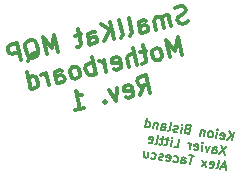
<source format=gbr>
G04 #@! TF.GenerationSoftware,KiCad,Pcbnew,5.0.1-33cea8e~68~ubuntu16.04.1*
G04 #@! TF.CreationDate,2018-11-01T01:01:16-04:00*
G04 #@! TF.ProjectId,SmallKat Jumbo Motherboard,536D616C6C4B6174204A756D626F204D,rev?*
G04 #@! TF.SameCoordinates,Original*
G04 #@! TF.FileFunction,Legend,Bot*
G04 #@! TF.FilePolarity,Positive*
%FSLAX46Y46*%
G04 Gerber Fmt 4.6, Leading zero omitted, Abs format (unit mm)*
G04 Created by KiCad (PCBNEW 5.0.1-33cea8e~68~ubuntu16.04.1) date Thu 01 Nov 2018 01:01:16 AM EDT*
%MOMM*%
%LPD*%
G01*
G04 APERTURE LIST*
%ADD10C,0.150000*%
%ADD11C,0.300000*%
G04 APERTURE END LIST*
D10*
X46830737Y-46469578D02*
X46944183Y-45728208D01*
X46407097Y-46404752D02*
X46789653Y-46029732D01*
X46520543Y-45663382D02*
X46879357Y-46151848D01*
X45812342Y-46277612D02*
X45877547Y-46323720D01*
X46018760Y-46345328D01*
X46094769Y-46320829D01*
X46140877Y-46255625D01*
X46184094Y-45973198D01*
X46159595Y-45897189D01*
X46094391Y-45851081D01*
X45953177Y-45829473D01*
X45877168Y-45853972D01*
X45831061Y-45919176D01*
X45820256Y-45989783D01*
X46162485Y-46114411D01*
X45453906Y-46258894D02*
X45529537Y-45764647D01*
X45567352Y-45517523D02*
X45597253Y-45558229D01*
X45556548Y-45588130D01*
X45526647Y-45547424D01*
X45567352Y-45517523D01*
X45556548Y-45588130D01*
X44994963Y-46188665D02*
X45070972Y-46164166D01*
X45111677Y-46134265D01*
X45157785Y-46069061D01*
X45190198Y-45857241D01*
X45165699Y-45781232D01*
X45135798Y-45740526D01*
X45070593Y-45694418D01*
X44964683Y-45678212D01*
X44888674Y-45702711D01*
X44847969Y-45732612D01*
X44801861Y-45797817D01*
X44769448Y-46009637D01*
X44793947Y-46085646D01*
X44823848Y-46126351D01*
X44889053Y-46172459D01*
X44994963Y-46188665D01*
X44505740Y-45607984D02*
X44430109Y-46102231D01*
X44494935Y-45678590D02*
X44465034Y-45637885D01*
X44399830Y-45591777D01*
X44293920Y-45575571D01*
X44217911Y-45600070D01*
X44171803Y-45665274D01*
X44112379Y-46053611D01*
X43006792Y-45487003D02*
X42895480Y-45506099D01*
X42854775Y-45536001D01*
X42808667Y-45601205D01*
X42792460Y-45707115D01*
X42816959Y-45783124D01*
X42846861Y-45823830D01*
X42912065Y-45869937D01*
X43194492Y-45913155D01*
X43307938Y-45171784D01*
X43060814Y-45133969D01*
X42984805Y-45158468D01*
X42944100Y-45188369D01*
X42897992Y-45253574D01*
X42887188Y-45324180D01*
X42911687Y-45400189D01*
X42941588Y-45440895D01*
X43006792Y-45487003D01*
X43253916Y-45524818D01*
X42453121Y-45799709D02*
X42528752Y-45305462D01*
X42566567Y-45058339D02*
X42596468Y-45099044D01*
X42555763Y-45128945D01*
X42525862Y-45088240D01*
X42566567Y-45058339D01*
X42555763Y-45128945D01*
X42140793Y-45715786D02*
X42064785Y-45740285D01*
X41923571Y-45718676D01*
X41858367Y-45672569D01*
X41833868Y-45596560D01*
X41839270Y-45561256D01*
X41885378Y-45496052D01*
X41961386Y-45471553D01*
X42067296Y-45487759D01*
X42143305Y-45463260D01*
X42189413Y-45398056D01*
X42194815Y-45362753D01*
X42170316Y-45286744D01*
X42105112Y-45240636D01*
X41999202Y-45224429D01*
X41923193Y-45248928D01*
X41394021Y-45637644D02*
X41470030Y-45613145D01*
X41516137Y-45547940D01*
X41613377Y-44912480D01*
X40793864Y-45545807D02*
X40853288Y-45157470D01*
X40899395Y-45092265D01*
X40975404Y-45067766D01*
X41116618Y-45089375D01*
X41181822Y-45135483D01*
X40799266Y-45510504D02*
X40864471Y-45556611D01*
X41040987Y-45583622D01*
X41116996Y-45559123D01*
X41163104Y-45493919D01*
X41173908Y-45423312D01*
X41149409Y-45347303D01*
X41084205Y-45301195D01*
X40907688Y-45274184D01*
X40842483Y-45228077D01*
X40516461Y-44997538D02*
X40440830Y-45491785D01*
X40505656Y-45068145D02*
X40475755Y-45027439D01*
X40410551Y-44981332D01*
X40304641Y-44965125D01*
X40228632Y-44989624D01*
X40182524Y-45054829D01*
X40123100Y-45443166D01*
X39452336Y-45340524D02*
X39565782Y-44599154D01*
X39457739Y-45305221D02*
X39522943Y-45351329D01*
X39664157Y-45372937D01*
X39740165Y-45348438D01*
X39780871Y-45318537D01*
X39826979Y-45253333D01*
X39859392Y-45041513D01*
X39834893Y-44965504D01*
X39804992Y-44924798D01*
X39739787Y-44878690D01*
X39598574Y-44857082D01*
X39522565Y-44881581D01*
X46345336Y-46926413D02*
X45737644Y-47592153D01*
X45851089Y-46850783D02*
X46231891Y-47667783D01*
X45137487Y-47500316D02*
X45196911Y-47111979D01*
X45243018Y-47046775D01*
X45319027Y-47022276D01*
X45460241Y-47043884D01*
X45525445Y-47089992D01*
X45142889Y-47465013D02*
X45208093Y-47511120D01*
X45384610Y-47538131D01*
X45460619Y-47513632D01*
X45506727Y-47448428D01*
X45517531Y-47377821D01*
X45493032Y-47301812D01*
X45427828Y-47255704D01*
X45251311Y-47228694D01*
X45186106Y-47182586D01*
X44930690Y-46962852D02*
X44678543Y-47430088D01*
X44577657Y-46908830D01*
X44219600Y-47359860D02*
X44295230Y-46865613D01*
X44333045Y-46618489D02*
X44362946Y-46659195D01*
X44322241Y-46689096D01*
X44292340Y-46648390D01*
X44333045Y-46618489D01*
X44322241Y-46689096D01*
X43589541Y-47227317D02*
X43654746Y-47273425D01*
X43795959Y-47295033D01*
X43871968Y-47270534D01*
X43918076Y-47205330D01*
X43961293Y-46922903D01*
X43936794Y-46846894D01*
X43871590Y-46800787D01*
X43730376Y-46779178D01*
X43654367Y-46803677D01*
X43608260Y-46868881D01*
X43597455Y-46939488D01*
X43939685Y-47064117D01*
X43231106Y-47208599D02*
X43306736Y-46714352D01*
X43285127Y-46855565D02*
X43260628Y-46779556D01*
X43230727Y-46738851D01*
X43165523Y-46692743D01*
X43094916Y-46681939D01*
X41854275Y-46997914D02*
X42207308Y-47051936D01*
X42320754Y-46310565D01*
X41607151Y-46960099D02*
X41682782Y-46465852D01*
X41720597Y-46218728D02*
X41750498Y-46259434D01*
X41709793Y-46289335D01*
X41679892Y-46248630D01*
X41720597Y-46218728D01*
X41709793Y-46289335D01*
X41435658Y-46428037D02*
X41153232Y-46384819D01*
X41367564Y-46164707D02*
X41270324Y-46800167D01*
X41224217Y-46865372D01*
X41148208Y-46889871D01*
X41077601Y-46879066D01*
X41012018Y-46363211D02*
X40729591Y-46319993D01*
X40943923Y-46099881D02*
X40846684Y-46735341D01*
X40800576Y-46800546D01*
X40724568Y-46825045D01*
X40653961Y-46814240D01*
X40300927Y-46760218D02*
X40376936Y-46735719D01*
X40423044Y-46670515D01*
X40520283Y-46035055D01*
X39741476Y-46638480D02*
X39806680Y-46684588D01*
X39947894Y-46706197D01*
X40023903Y-46681698D01*
X40070010Y-46616493D01*
X40113228Y-46334066D01*
X40088729Y-46258057D01*
X40023524Y-46211950D01*
X39882311Y-46190341D01*
X39806302Y-46214840D01*
X39760194Y-46280045D01*
X39749390Y-46350651D01*
X40091619Y-46475280D01*
X46265614Y-48746005D02*
X45912581Y-48691983D01*
X46303808Y-48968630D02*
X46170130Y-48189444D01*
X45809561Y-48892999D01*
X45456527Y-48838978D02*
X45532536Y-48814479D01*
X45578644Y-48749274D01*
X45675883Y-48113814D01*
X44897076Y-48717239D02*
X44962280Y-48763347D01*
X45103494Y-48784956D01*
X45179503Y-48760457D01*
X45225610Y-48695252D01*
X45268828Y-48412825D01*
X45244329Y-48336817D01*
X45179124Y-48290709D01*
X45037911Y-48269100D01*
X44961902Y-48293599D01*
X44915794Y-48358804D01*
X44904990Y-48429410D01*
X45247219Y-48554039D01*
X44609247Y-48709325D02*
X44296540Y-48155655D01*
X44684877Y-48215078D02*
X44220910Y-48649901D01*
X43592985Y-47795085D02*
X43169345Y-47730259D01*
X43267719Y-48504043D02*
X43381165Y-47762672D01*
X42491046Y-48385195D02*
X42550470Y-47996858D01*
X42596577Y-47931654D01*
X42672586Y-47907155D01*
X42813800Y-47928763D01*
X42879004Y-47974871D01*
X42496448Y-48349892D02*
X42561652Y-48395999D01*
X42738169Y-48423010D01*
X42814178Y-48398511D01*
X42860286Y-48333307D01*
X42871090Y-48262700D01*
X42846591Y-48186691D01*
X42781387Y-48140583D01*
X42604870Y-48113573D01*
X42539665Y-48067465D01*
X41825684Y-48247250D02*
X41890889Y-48293358D01*
X42032102Y-48314967D01*
X42108111Y-48290468D01*
X42148817Y-48260567D01*
X42194924Y-48195362D01*
X42227337Y-47983542D01*
X42202838Y-47907533D01*
X42172937Y-47866828D01*
X42107733Y-47820720D01*
X41966519Y-47799111D01*
X41890510Y-47823610D01*
X41225527Y-48155414D02*
X41290732Y-48201521D01*
X41431945Y-48223130D01*
X41507954Y-48198631D01*
X41554062Y-48133426D01*
X41597279Y-47851000D01*
X41572780Y-47774991D01*
X41507576Y-47728883D01*
X41366362Y-47707274D01*
X41290353Y-47731773D01*
X41244246Y-47796978D01*
X41233441Y-47867585D01*
X41575670Y-47992213D01*
X40907797Y-48106794D02*
X40831788Y-48131293D01*
X40690575Y-48109684D01*
X40625370Y-48063577D01*
X40600871Y-47987568D01*
X40606273Y-47952264D01*
X40652381Y-47887060D01*
X40728390Y-47862561D01*
X40834300Y-47878767D01*
X40910309Y-47854268D01*
X40956417Y-47789064D01*
X40961819Y-47753760D01*
X40937320Y-47677752D01*
X40872115Y-47631644D01*
X40766205Y-47615437D01*
X40690196Y-47639936D01*
X39954606Y-47960935D02*
X40019811Y-48007043D01*
X40161024Y-48028652D01*
X40237033Y-48004153D01*
X40277739Y-47974252D01*
X40323847Y-47909047D01*
X40356260Y-47697227D01*
X40331761Y-47621218D01*
X40301859Y-47580512D01*
X40236655Y-47534405D01*
X40095441Y-47512796D01*
X40019433Y-47537295D01*
X39389374Y-47404753D02*
X39313744Y-47899000D01*
X39707105Y-47453372D02*
X39647681Y-47841709D01*
X39601573Y-47906914D01*
X39525564Y-47931413D01*
X39419654Y-47915206D01*
X39354449Y-47869098D01*
X39324548Y-47828393D01*
D11*
X43092143Y-36396335D02*
X42899007Y-36513463D01*
X42550740Y-36592588D01*
X42395608Y-36554584D01*
X42310129Y-36500755D01*
X42208826Y-36377273D01*
X42177176Y-36237966D01*
X42215180Y-36082834D01*
X42269008Y-35997356D01*
X42392491Y-35896052D01*
X42655280Y-35763099D01*
X42778762Y-35661796D01*
X42832591Y-35576318D01*
X42870594Y-35421186D01*
X42838945Y-35281879D01*
X42737641Y-35158396D01*
X42652163Y-35104568D01*
X42497031Y-35066564D01*
X42148763Y-35145689D01*
X41955628Y-35262817D01*
X41645244Y-36798311D02*
X41423695Y-35823162D01*
X41455345Y-35962469D02*
X41369867Y-35908640D01*
X41214735Y-35870637D01*
X41005774Y-35918111D01*
X40882292Y-36019415D01*
X40844288Y-36174547D01*
X41018362Y-36940735D01*
X40844288Y-36174547D02*
X40742985Y-36051064D01*
X40587853Y-36013061D01*
X40378892Y-36060535D01*
X40255410Y-36161839D01*
X40217406Y-36316971D01*
X40391480Y-37083159D01*
X39068063Y-37383832D02*
X38893989Y-36617644D01*
X38931993Y-36462512D01*
X39055475Y-36361208D01*
X39334089Y-36297909D01*
X39489221Y-36335912D01*
X39052238Y-37314179D02*
X39207370Y-37352183D01*
X39555638Y-37273058D01*
X39679120Y-37171755D01*
X39717124Y-37016623D01*
X39685474Y-36877316D01*
X39584171Y-36753834D01*
X39429039Y-36715830D01*
X39080771Y-36794954D01*
X38925639Y-36756951D01*
X38162567Y-37589556D02*
X38286050Y-37488253D01*
X38324053Y-37333121D01*
X38039205Y-36079357D01*
X37396379Y-37763630D02*
X37519861Y-37662326D01*
X37557865Y-37507195D01*
X37273016Y-36253431D01*
X36839150Y-37890229D02*
X36506828Y-36427505D01*
X36003308Y-38080128D02*
X36440291Y-37101861D01*
X35670985Y-36617404D02*
X36696726Y-37263347D01*
X34749545Y-38364976D02*
X34575471Y-37598787D01*
X34613475Y-37443655D01*
X34736957Y-37342352D01*
X35015571Y-37279052D01*
X35170703Y-37317056D01*
X34733720Y-38295322D02*
X34888852Y-38333326D01*
X35237119Y-38254201D01*
X35360602Y-38152898D01*
X35398605Y-37997766D01*
X35366955Y-37858459D01*
X35265652Y-37734977D01*
X35110520Y-37696973D01*
X34762253Y-37776098D01*
X34607121Y-37738094D01*
X34040422Y-37500601D02*
X33483193Y-37627200D01*
X33720687Y-37060501D02*
X34005535Y-38314264D01*
X33967531Y-38469396D01*
X33844049Y-38570699D01*
X33704742Y-38602349D01*
X32102711Y-38966322D02*
X31770388Y-37503598D01*
X31520187Y-38659175D01*
X30795239Y-37725146D01*
X31127561Y-39187870D01*
X29487527Y-39706975D02*
X29611009Y-39605671D01*
X29718666Y-39434714D01*
X29880152Y-39178279D01*
X30003634Y-39076976D01*
X30142941Y-39045326D01*
X30152412Y-39409419D02*
X30275894Y-39308115D01*
X30383551Y-39137158D01*
X30389905Y-38842719D01*
X30279131Y-38355145D01*
X30146178Y-38092356D01*
X29975221Y-37984698D01*
X29820089Y-37946695D01*
X29541475Y-38009994D01*
X29417993Y-38111297D01*
X29310336Y-38282254D01*
X29303982Y-38576693D01*
X29414756Y-39064268D01*
X29547709Y-39327057D01*
X29718666Y-39434714D01*
X29873798Y-39472718D01*
X30152412Y-39409419D01*
X28898649Y-39694267D02*
X28566326Y-38231543D01*
X28009098Y-38358142D01*
X27885615Y-38459445D01*
X27831787Y-38544924D01*
X27793783Y-38700055D01*
X27841258Y-38909016D01*
X27942561Y-39032498D01*
X28028039Y-39086327D01*
X28183171Y-39124331D01*
X28740400Y-38997731D01*
X42558460Y-39205818D02*
X42226138Y-37743094D01*
X41975936Y-38898671D01*
X41250988Y-37964642D01*
X41583311Y-39427366D01*
X40677815Y-39633090D02*
X40801297Y-39531787D01*
X40855126Y-39446308D01*
X40893130Y-39291176D01*
X40798180Y-38873255D01*
X40696877Y-38749773D01*
X40611399Y-38695944D01*
X40456267Y-38657941D01*
X40247306Y-38705415D01*
X40123824Y-38806719D01*
X40069995Y-38892197D01*
X40031992Y-39047329D01*
X40126941Y-39465250D01*
X40228244Y-39588732D01*
X40313723Y-39642561D01*
X40468855Y-39680565D01*
X40677815Y-39633090D01*
X39550771Y-38863664D02*
X38993543Y-38990263D01*
X39231036Y-38423564D02*
X39515884Y-39677328D01*
X39477880Y-39832460D01*
X39354398Y-39933763D01*
X39215091Y-39965413D01*
X38727516Y-40076187D02*
X38395194Y-38613463D01*
X38100635Y-40218611D02*
X37926561Y-39452422D01*
X37964565Y-39297290D01*
X38088047Y-39195987D01*
X38297007Y-39148512D01*
X38452139Y-39186516D01*
X38537618Y-39240345D01*
X36831046Y-40433806D02*
X36986178Y-40471809D01*
X37264792Y-40408510D01*
X37388275Y-40307206D01*
X37426278Y-40152074D01*
X37299679Y-39594846D01*
X37198376Y-39471364D01*
X37043244Y-39433360D01*
X36764630Y-39496660D01*
X36641148Y-39597963D01*
X36603144Y-39753095D01*
X36634794Y-39892402D01*
X37362979Y-39873460D01*
X36150336Y-40661708D02*
X35928787Y-39686559D01*
X35992087Y-39965173D02*
X35890784Y-39841691D01*
X35805305Y-39787862D01*
X35650173Y-39749858D01*
X35510866Y-39781508D01*
X35244840Y-40867432D02*
X34912517Y-39404708D01*
X35039117Y-39961936D02*
X34883985Y-39923932D01*
X34605371Y-39987232D01*
X34481888Y-40088535D01*
X34428060Y-40174013D01*
X34390056Y-40329145D01*
X34485005Y-40747066D01*
X34586309Y-40870549D01*
X34671787Y-40924377D01*
X34826919Y-40962381D01*
X35105533Y-40899081D01*
X35229015Y-40797778D01*
X33712463Y-41215579D02*
X33835945Y-41114276D01*
X33889773Y-41028798D01*
X33927777Y-40873666D01*
X33832828Y-40455744D01*
X33731524Y-40332262D01*
X33646046Y-40278434D01*
X33490914Y-40240430D01*
X33281954Y-40287905D01*
X33158471Y-40389208D01*
X33104643Y-40474686D01*
X33066639Y-40629818D01*
X33161588Y-41047739D01*
X33262892Y-41171222D01*
X33348370Y-41225050D01*
X33503502Y-41263054D01*
X33712463Y-41215579D01*
X31971124Y-41611202D02*
X31797051Y-40845013D01*
X31835054Y-40689881D01*
X31958537Y-40588578D01*
X32237151Y-40525278D01*
X32392283Y-40563282D01*
X31955300Y-41541548D02*
X32110432Y-41579552D01*
X32458699Y-41500427D01*
X32582181Y-41399124D01*
X32620185Y-41243992D01*
X32588535Y-41104685D01*
X32487232Y-40981203D01*
X32332100Y-40943199D01*
X31983832Y-41022324D01*
X31828700Y-40984320D01*
X31274589Y-41769450D02*
X31053041Y-40794301D01*
X31116340Y-41072915D02*
X31015037Y-40949433D01*
X30929559Y-40895604D01*
X30774427Y-40857601D01*
X30635120Y-40889250D01*
X29742212Y-42117598D02*
X29409889Y-40654874D01*
X29726387Y-42047945D02*
X29881519Y-42085948D01*
X30160133Y-42022649D01*
X30283615Y-41921345D01*
X30337444Y-41835867D01*
X30375447Y-41680735D01*
X30280498Y-41262814D01*
X30179195Y-41139332D01*
X30093716Y-41085503D01*
X29938584Y-41047499D01*
X29659970Y-41110799D01*
X29536488Y-41212102D01*
X39048678Y-42618205D02*
X39378004Y-41810896D01*
X39884520Y-42428306D02*
X39552198Y-40965582D01*
X38994969Y-41092181D01*
X38871487Y-41193485D01*
X38817659Y-41278963D01*
X38779655Y-41434095D01*
X38827130Y-41643056D01*
X38928433Y-41766538D01*
X39013911Y-41820367D01*
X39169043Y-41858370D01*
X39726271Y-41731771D01*
X37848743Y-42817575D02*
X38003875Y-42855578D01*
X38282489Y-42792279D01*
X38405971Y-42690976D01*
X38443975Y-42535844D01*
X38317376Y-41978615D01*
X38216073Y-41855133D01*
X38060941Y-41817130D01*
X37782327Y-41880429D01*
X37658845Y-41981732D01*
X37620841Y-42136864D01*
X37652491Y-42276171D01*
X38380676Y-42257230D01*
X37085791Y-42038678D02*
X36959072Y-43092952D01*
X36389256Y-42196927D01*
X36021927Y-43159368D02*
X35968098Y-43244847D01*
X36053576Y-43298675D01*
X36107405Y-43213197D01*
X36021927Y-43159368D01*
X36053576Y-43298675D01*
X33476396Y-43884197D02*
X34312238Y-43694298D01*
X33894317Y-43789247D02*
X33561994Y-42326523D01*
X33748776Y-42503834D01*
X33919733Y-42611491D01*
X34074865Y-42649495D01*
M02*

</source>
